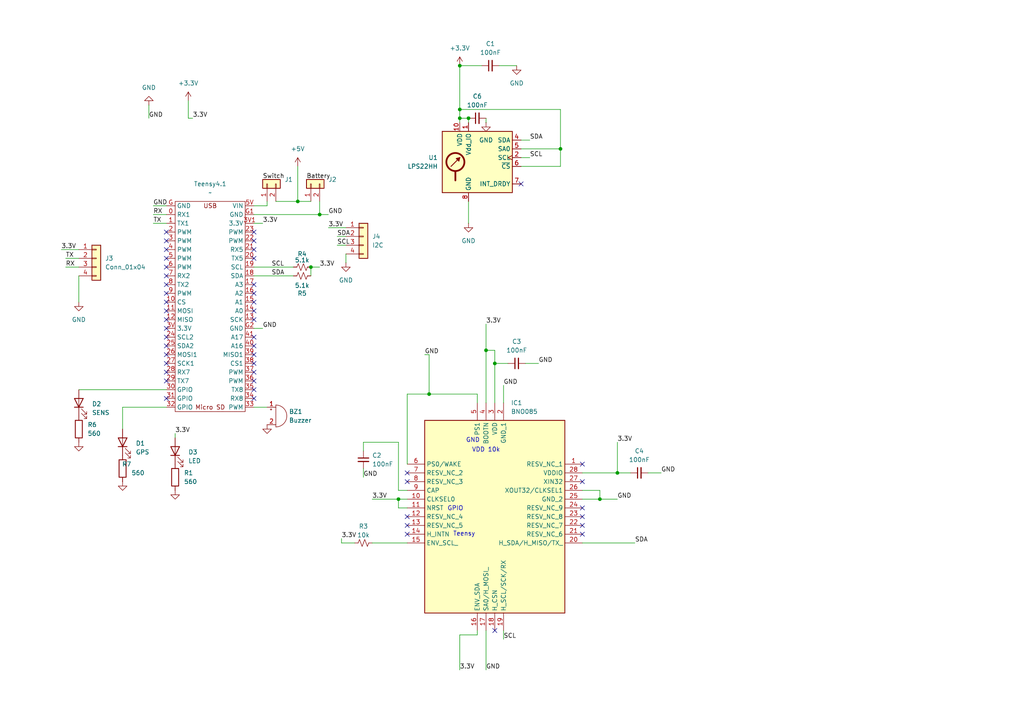
<source format=kicad_sch>
(kicad_sch (version 20250114) (generator "eeschema") (generator_version "9.0")
  (paper "A4")
  (lib_symbols
    (symbol "BNO085:BNO085"
      (property "Reference" "IC" (at 46.99 17.78 0))
      (property "Value" "BNO085" (at 46.99 15.24 0))
      (symbol "BNO085_1_1"
        (rectangle (start 5.08 12.7) (end 45.72 -43.18) (stroke (width 0.254)) (fill (type background)))
        (pin passive line (at 0 0 0) (length 5.08) (name "PS0/WAKE") (number "6"))
        (pin passive line (at 0 -2.54 0) (length 5.08) (name "RESV_NC_2") (number "7"))
        (pin passive line (at 0 -5.08 0) (length 5.08) (name "RESV_NC_3") (number "8"))
        (pin passive line (at 0 -7.62 0) (length 5.08) (name "CAP") (number "9"))
        (pin passive line (at 0 -10.16 0) (length 5.08) (name "CLKSEL0") (number "10"))
        (pin passive line (at 0 -12.7 0) (length 5.08) (name "NRST") (number "11"))
        (pin passive line (at 0 -15.24 0) (length 5.08) (name "RESV_NC_4") (number "12"))
        (pin passive line (at 0 -17.78 0) (length 5.08) (name "RESV_NC_5") (number "13"))
        (pin passive line (at 0 -20.32 0) (length 5.08) (name "H_INTN") (number "14"))
        (pin passive line (at 0 -22.86 0) (length 5.08) (name "ENV_SCL_") (number "15"))
        (pin passive line (at 20.32 17.78 270) (length 5.08) (name "PS1") (number "5"))
        (pin passive line (at 20.32 -48.26 90) (length 5.08) (name "ENV_SDA") (number "16"))
        (pin passive line (at 22.86 17.78 270) (length 5.08) (name "BOOTN") (number "4"))
        (pin passive line (at 22.86 -48.26 90) (length 5.08) (name "SA0/H_MOSI_") (number "17"))
        (pin passive line (at 25.4 17.78 270) (length 5.08) (name "VDD") (number "3"))
        (pin passive line (at 25.4 -48.26 90) (length 5.08) (name "H_CSN") (number "18"))
        (pin passive line (at 27.94 17.78 270) (length 5.08) (name "GND_1") (number "2"))
        (pin passive line (at 27.94 -48.26 90) (length 5.08) (name "H_SCL/SCK/RX") (number "19"))
        (pin passive line (at 50.8 0 180) (length 5.08) (name "RESV_NC_1") (number "1"))
        (pin passive line (at 50.8 -2.54 180) (length 5.08) (name "VDDIO") (number "28"))
        (pin passive line (at 50.8 -5.08 180) (length 5.08) (name "XIN32") (number "27"))
        (pin passive line (at 50.8 -7.62 180) (length 5.08) (name "XOUT32/CLKSEL1") (number "26"))
        (pin passive line (at 50.8 -10.16 180) (length 5.08) (name "GND_2") (number "25"))
        (pin passive line (at 50.8 -12.7 180) (length 5.08) (name "RESV_NC_9") (number "24"))
        (pin passive line (at 50.8 -15.24 180) (length 5.08) (name "RESV_NC_8") (number "23"))
        (pin passive line (at 50.8 -17.78 180) (length 5.08) (name "RESV_NC_7") (number "22"))
        (pin passive line (at 50.8 -20.32 180) (length 5.08) (name "RESV_NC_6") (number "21"))
        (pin passive line (at 50.8 -22.86 180) (length 5.08) (name "H_SDA/H_MISO/TX_") (number "20"))
      )
    )
    (symbol "Connector_Generic:Conn_01x02" (pin_names (offset 1.016) (hide yes))
      (property "Reference" "J" (at 0 2.54 0))
      (property "Value" "Conn_01x02" (at 0 -5.08 0))
      (symbol "Conn_01x02_1_1"
        (rectangle (start -1.27 1.27) (end 1.27 -3.81) (stroke (width 0.254)) (fill (type background)))
        (rectangle (start -1.27 0.127) (end 0 -0.127) (stroke (width 0.1524)))
        (rectangle (start -1.27 -2.413) (end 0 -2.667) (stroke (width 0.1524)))
        (pin passive line (at -5.08 0 0) (length 3.81) (name "Pin_1") (number "1"))
        (pin passive line (at -5.08 -2.54 0) (length 3.81) (name "Pin_2") (number "2"))
      )
    )
    (symbol "Connector_Generic:Conn_01x04" (pin_names (offset 1.016) (hide yes))
      (property "Reference" "J" (at 0 5.08 0))
      (property "Value" "Conn_01x04" (at 0 -7.62 0))
      (symbol "Conn_01x04_1_1"
        (rectangle (start -1.27 3.81) (end 1.27 -6.35) (stroke (width 0.254)) (fill (type background)))
        (rectangle (start -1.27 2.667) (end 0 2.413) (stroke (width 0.1524)))
        (rectangle (start -1.27 0.127) (end 0 -0.127) (stroke (width 0.1524)))
        (rectangle (start -1.27 -2.413) (end 0 -2.667) (stroke (width 0.1524)))
        (rectangle (start -1.27 -4.953) (end 0 -5.207) (stroke (width 0.1524)))
        (pin passive line (at -5.08 2.54 0) (length 3.81) (name "Pin_1") (number "1"))
        (pin passive line (at -5.08 0 0) (length 3.81) (name "Pin_2") (number "2"))
        (pin passive line (at -5.08 -2.54 0) (length 3.81) (name "Pin_3") (number "3"))
        (pin passive line (at -5.08 -5.08 0) (length 3.81) (name "Pin_4") (number "4"))
      )
    )
    (symbol "Device:Buzzer" (pin_names (offset 0.0254) (hide yes))
      (property "Reference" "BZ" (at 3.81 1.27 0))
      (property "Value" "Buzzer" (at 3.81 -1.27 0))
      (symbol "Buzzer_0_1"
        (polyline (pts (xy -1.651 1.905) (xy -1.143 1.905)))
        (polyline (pts (xy -1.397 2.159) (xy -1.397 1.651)))
        (arc (start 0 3.175) (mid 3.1612 0) (end 0 -3.175))
        (polyline (pts (xy 0 3.175) (xy 0 -3.175)))
      )
      (symbol "Buzzer_1_1"
        (pin passive line (at -2.54 2.54 0) (length 2.54) (name "+") (number "1"))
        (pin passive line (at -2.54 -2.54 0) (length 2.54) (name "-") (number "2"))
      )
    )
    (symbol "Device:C_Small" (pin_numbers (hide yes)) (pin_names (offset 0.254) (hide yes))
      (property "Reference" "C" (at 0.254 1.778 0))
      (property "Value" "C_Small" (at 0.254 -2.032 0))
      (symbol "C_Small_0_1"
        (polyline (pts (xy -1.524 0.508) (xy 1.524 0.508)) (stroke (width 0.3048)))
        (polyline (pts (xy -1.524 -0.508) (xy 1.524 -0.508)) (stroke (width 0.3302)))
      )
      (symbol "C_Small_1_1"
        (pin passive line (at 0 2.54 270) (length 2.032) (name "~") (number "1"))
        (pin passive line (at 0 -2.54 90) (length 2.032) (name "~") (number "2"))
      )
    )
    (symbol "Device:LED" (pin_numbers (hide yes)) (pin_names (offset 1.016) (hide yes))
      (property "Reference" "D" (at 0 2.54 0))
      (property "Value" "LED" (at 0 -2.54 0))
      (symbol "LED_0_1"
        (polyline (pts (xy -3.048 -0.762) (xy -4.572 -2.286) (xy -3.81 -2.286) (xy -4.572 -2.286) (xy -4.572 -1.524)))
        (polyline (pts (xy -1.778 -0.762) (xy -3.302 -2.286) (xy -2.54 -2.286) (xy -3.302 -2.286) (xy -3.302 -1.524)))
        (polyline (pts (xy -1.27 0) (xy 1.27 0)))
        (polyline (pts (xy -1.27 -1.27) (xy -1.27 1.27)) (stroke (width 0.254)))
        (polyline (pts (xy 1.27 -1.27) (xy 1.27 1.27) (xy -1.27 0) (xy 1.27 -1.27)) (stroke (width 0.254)))
      )
      (symbol "LED_1_1"
        (pin passive line (at -3.81 0 0) (length 2.54) (name "K") (number "1"))
        (pin passive line (at 3.81 0 180) (length 2.54) (name "A") (number "2"))
      )
    )
    (symbol "Device:R" (pin_numbers (hide yes)) (pin_names (offset 0))
      (property "Reference" "R" (at 2.032 0 90))
      (property "Value" "R" (at 0 0 90))
      (symbol "R_0_1"
        (rectangle (start -1.016 -2.54) (end 1.016 2.54) (stroke (width 0.254)))
      )
      (symbol "R_1_1"
        (pin passive line (at 0 3.81 270) (length 1.27) (name "~") (number "1"))
        (pin passive line (at 0 -3.81 90) (length 1.27) (name "~") (number "2"))
      )
    )
    (symbol "Device:R_Small_US" (pin_numbers (hide yes)) (pin_names (offset 0.254) (hide yes))
      (property "Reference" "R" (at 0.762 0.508 0))
      (property "Value" "R_Small_US" (at 0.762 -1.016 0))
      (symbol "R_Small_US_1_1"
        (polyline (pts (xy 0 1.524) (xy 1.016 1.143) (xy 0 0.762) (xy -1.016 0.381) (xy 0 0)))
        (polyline (pts (xy 0 0) (xy 1.016 -0.381) (xy 0 -0.762) (xy -1.016 -1.143) (xy 0 -1.524)))
        (pin passive line (at 0 2.54 270) (length 1.016) (name "~") (number "1"))
        (pin passive line (at 0 -2.54 90) (length 1.016) (name "~") (number "2"))
      )
    )
    (symbol "Sensor_Pressure:LPS22HH"
      (property "Reference" "U" (at -11.43 1.27 0))
      (property "Value" "LPS22HH" (at -11.43 -1.27 0))
      (symbol "LPS22HH_0_1"
        (rectangle (start -10.16 10.16) (end 10.16 -7.62) (stroke (width 0.254)) (fill (type background)))
        (polyline (pts (xy -7.62 0) (xy -5.08 2.54)) (stroke (width 0.254)))
        (circle (center -6.35 1.27) (radius 2.6162) (stroke (width 0.508)))
        (polyline (pts (xy -6.35 -1.524) (xy -6.35 -4.064)) (stroke (width 0.508)))
        (polyline (pts (xy -5.08 2.54) (xy -5.334 1.524) (xy -6.096 2.286) (xy -5.08 2.54)) (stroke (width 0.254)) (fill (type outline)))
      )
      (symbol "LPS22HH_1_1"
        (pin power_in line (at -5.08 12.7 270) (length 2.54) (name "VDD") (number "10"))
        (pin power_in line (at -2.54 12.7 270) (length 2.54) (name "Vdd_IO") (number "1"))
        (pin passive line (at -2.54 -10.16 90) (length 2.54) (hide yes) (name "GND") (number "3"))
        (pin power_in line (at -2.54 -10.16 90) (length 2.54) (name "GND") (number "8"))
        (pin passive line (at -2.54 -10.16 90) (length 2.54) (hide yes) (name "GND") (number "9"))
        (pin bidirectional line (at 12.7 7.62 180) (length 2.54) (name "SDA") (number "4"))
        (pin input line (at 12.7 5.08 180) (length 2.54) (name "SA0") (number "5"))
        (pin input clock (at 12.7 2.54 180) (length 2.54) (name "SCL") (number "2"))
        (pin input line (at 12.7 0 180) (length 2.54) (name "~{CS}") (number "6"))
        (pin output line (at 12.7 -5.08 180) (length 2.54) (name "INT_DRDY") (number "7"))
      )
    )
    (symbol "power:+3.3V" (power) (pin_numbers (hide yes)) (pin_names (offset 0) (hide yes))
      (property "Value" "+3.3V" (at 0 3.556 0))
      (symbol "+3.3V_0_1"
        (polyline (pts (xy -0.762 1.27) (xy 0 2.54)))
        (polyline (pts (xy 0 2.54) (xy 0.762 1.27)))
        (polyline (pts (xy 0 0) (xy 0 2.54)))
      )
      (symbol "+3.3V_1_1"
        (pin power_in line (at 0 0 90) (length 0) (name "~") (number "1"))
      )
    )
    (symbol "power:GND" (power) (pin_numbers (hide yes)) (pin_names (offset 0) (hide yes))
      (property "Value" "GND" (at 0 -3.81 0))
      (symbol "GND_0_1"
        (polyline (pts (xy 0 0) (xy 0 -1.27) (xy 1.27 -1.27) (xy 0 -2.54) (xy -1.27 -1.27) (xy 0 -1.27)))
      )
      (symbol "GND_1_1"
        (pin power_in line (at 0 0 270) (length 0) (name "~") (number "1"))
      )
    )
    (symbol "teensy:Teensy4.1"
      (property "Reference" "Teensy4.1" (at 0 0 90))
      (symbol "Teensy4.1_0_1"
        (rectangle (start -10.16 30.48) (end 10.16 -30.48))
      )
      (symbol "Teensy4.1_1_1"
        (text "USB" (at 0 29.21 0) (effects (font (size 1.27 1.27))))
        (text "Micro SD" (at 0 -29.21 0) (effects (font (size 1.27 1.27))))
        (pin input line (at -12.7 29.21 0) (length 2.54) (name "GND") (number "G"))
        (pin input line (at -12.7 26.67 0) (length 2.54) (name "RX1") (number "0"))
        (pin input line (at -12.7 24.13 0) (length 2.54) (name "TX1") (number "1"))
        (pin input line (at -12.7 21.59 0) (length 2.54) (name "PWM") (number "2"))
        (pin input line (at -12.7 19.05 0) (length 2.54) (name "PWM") (number "3"))
        (pin input line (at -12.7 16.51 0) (length 2.54) (name "PWM") (number "4"))
        (pin input line (at -12.7 13.97 0) (length 2.54) (name "PWM") (number "5"))
        (pin input line (at -12.7 11.43 0) (length 2.54) (name "PWM") (number "6"))
        (pin input line (at -12.7 8.89 0) (length 2.54) (name "RX2") (number "7"))
        (pin input line (at -12.7 6.35 0) (length 2.54) (name "TX2") (number "8"))
        (pin input line (at -12.7 3.81 0) (length 2.54) (name "PWM") (number "9"))
        (pin input line (at -12.7 1.27 0) (length 2.54) (name "CS") (number "10"))
        (pin input line (at -12.7 -1.27 0) (length 2.54) (name "MOSI") (number "11"))
        (pin input line (at -12.7 -3.81 0) (length 2.54) (name "MISO") (number "12"))
        (pin input line (at -12.7 -6.35 0) (length 2.54) (name "3.3V") (number "3V"))
        (pin input line (at -12.7 -8.89 0) (length 2.54) (name "SCL2") (number "24"))
        (pin input line (at -12.7 -11.43 0) (length 2.54) (name "SDA2") (number "25"))
        (pin input line (at -12.7 -13.97 0) (length 2.54) (name "MOSI1") (number "26"))
        (pin input line (at -12.7 -16.51 0) (length 2.54) (name "SCK1") (number "27"))
        (pin input line (at -12.7 -19.05 0) (length 2.54) (name "RX7") (number "28"))
        (pin input line (at -12.7 -21.59 0) (length 2.54) (name "TX7") (number "29"))
        (pin input line (at -12.7 -24.13 0) (length 2.54) (name "GPIO") (number "30"))
        (pin input line (at -12.7 -26.67 0) (length 2.54) (name "GPIO") (number "31"))
        (pin input line (at -12.7 -29.21 0) (length 2.54) (name "GPIO") (number "32"))
        (pin input line (at 12.7 29.21 180) (length 2.54) (name "VIN") (number "5V"))
        (pin input line (at 12.7 26.67 180) (length 2.54) (name "GND") (number "G1"))
        (pin input line (at 12.7 24.13 180) (length 2.54) (name "3.3V") (number "3V1"))
        (pin input line (at 12.7 21.59 180) (length 2.54) (name "PWM") (number "23"))
        (pin input line (at 12.7 19.05 180) (length 2.54) (name "PWM") (number "22"))
        (pin input line (at 12.7 16.51 180) (length 2.54) (name "RX5") (number "21"))
        (pin input line (at 12.7 13.97 180) (length 2.54) (name "TX5") (number "20"))
        (pin input line (at 12.7 11.43 180) (length 2.54) (name "SCL") (number "19"))
        (pin input line (at 12.7 8.89 180) (length 2.54) (name "SDA") (number "18"))
        (pin input line (at 12.7 6.35 180) (length 2.54) (name "A3") (number "17"))
        (pin input line (at 12.7 3.81 180) (length 2.54) (name "A2") (number "16"))
        (pin input line (at 12.7 1.27 180) (length 2.54) (name "A1") (number "15"))
        (pin input line (at 12.7 -1.27 180) (length 2.54) (name "A0") (number "14"))
        (pin input line (at 12.7 -3.81 180) (length 2.54) (name "SCK") (number "13"))
        (pin input line (at 12.7 -6.35 180) (length 2.54) (name "GND") (number "G2"))
        (pin input line (at 12.7 -8.89 180) (length 2.54) (name "A17") (number "41"))
        (pin input line (at 12.7 -11.43 180) (length 2.54) (name "A16") (number "40"))
        (pin input line (at 12.7 -13.97 180) (length 2.54) (name "MISO1") (number "39"))
        (pin input line (at 12.7 -16.51 180) (length 2.54) (name "CS1") (number "38"))
        (pin input line (at 12.7 -19.05 180) (length 2.54) (name "PWM") (number "37"))
        (pin input line (at 12.7 -21.59 180) (length 2.54) (name "PWM") (number "36"))
        (pin input line (at 12.7 -24.13 180) (length 2.54) (name "TX8") (number "35"))
        (pin input line (at 12.7 -26.67 180) (length 2.54) (name "RX8") (number "34"))
        (pin input line (at 12.7 -29.21 180) (length 2.54) (name "PWM") (number "33"))
      )
    )
  )
  (text "GND\n" (at 137.16 127.762 0) (effects (font (size 1.27 1.27))))
  (text "GPIO\n" (at 132.08 147.574 0) (effects (font (size 1.27 1.27))))
  (text "Teensy" (at 134.62 154.94 0) (effects (font (size 1.27 1.27))))
  (text "VDD 10k\n" (at 140.97 130.556 0) (effects (font (size 1.27 1.27))))
  (junction (at 90.17 77.47))
  (junction (at 92.71 62.23))
  (junction (at 133.35 34.29))
  (junction (at 162.56 43.18))
  (junction (at 115.57 144.78))
  (junction (at 133.35 19.05))
  (junction (at 143.51 105.41))
  (junction (at 86.36 58.42))
  (junction (at 133.35 31.75))
  (junction (at 135.89 34.29))
  (junction (at 140.97 101.6))
  (junction (at 179.07 137.16))
  (junction (at 173.99 144.78))
  (junction (at 124.46 114.3))
  (no_connect (at 48.26 74.93))
  (no_connect (at 73.66 92.71))
  (no_connect (at 73.66 90.17))
  (no_connect (at 73.66 107.95))
  (no_connect (at 168.91 147.32))
  (no_connect (at 168.91 139.7))
  (no_connect (at 48.26 72.39))
  (no_connect (at 118.11 154.94))
  (no_connect (at 73.66 72.39))
  (no_connect (at 48.26 85.09))
  (no_connect (at 73.66 67.31))
  (no_connect (at 118.11 149.86))
  (no_connect (at 73.66 105.41))
  (no_connect (at 73.66 85.09))
  (no_connect (at 48.26 69.85))
  (no_connect (at 48.26 115.57))
  (no_connect (at 168.91 152.4))
  (no_connect (at 73.66 110.49))
  (no_connect (at 48.26 100.33))
  (no_connect (at 151.13 53.34))
  (no_connect (at 168.91 134.62))
  (no_connect (at 48.26 105.41))
  (no_connect (at 143.51 182.88))
  (no_connect (at 73.66 97.79))
  (no_connect (at 73.66 115.57))
  (no_connect (at 118.11 152.4))
  (no_connect (at 118.11 139.7))
  (no_connect (at 168.91 149.86))
  (no_connect (at 73.66 82.55))
  (no_connect (at 73.66 102.87))
  (no_connect (at 48.26 110.49))
  (no_connect (at 168.91 154.94))
  (no_connect (at 48.26 82.55))
  (no_connect (at 48.26 77.47))
  (no_connect (at 48.26 92.71))
  (no_connect (at 73.66 87.63))
  (no_connect (at 48.26 90.17))
  (no_connect (at 73.66 113.03))
  (no_connect (at 48.26 97.79))
  (no_connect (at 48.26 67.31))
  (no_connect (at 118.11 137.16))
  (no_connect (at 48.26 107.95))
  (no_connect (at 48.26 95.25))
  (no_connect (at 73.66 100.33))
  (no_connect (at 73.66 74.93))
  (no_connect (at 48.26 102.87))
  (no_connect (at 48.26 87.63))
  (no_connect (at 73.66 69.85))
  (no_connect (at 48.26 80.01))
  (wire (pts (xy 44.45 64.77) (xy 48.26 64.77)))
  (wire (pts (xy 162.56 43.18) (xy 162.56 48.26)))
  (wire (pts (xy 138.43 184.15) (xy 138.43 182.88)))
  (wire (pts (xy 92.71 62.23) (xy 95.25 62.23)))
  (wire (pts (xy 133.35 19.05) (xy 139.7 19.05)))
  (wire (pts (xy 173.99 144.78) (xy 179.07 144.78)))
  (wire (pts (xy 118.11 114.3) (xy 118.11 134.62)))
  (wire (pts (xy 99.06 156.21) (xy 99.06 157.48)))
  (wire (pts (xy 55.88 34.29) (xy 54.61 34.29)))
  (wire (pts (xy 124.46 114.3) (xy 138.43 114.3)))
  (wire (pts (xy 135.89 34.29) (xy 135.89 35.56)))
  (wire (pts (xy 138.43 114.3) (xy 138.43 116.84)))
  (wire (pts (xy 168.91 157.48) (xy 184.15 157.48)))
  (wire (pts (xy 107.95 157.48) (xy 118.11 157.48)))
  (wire (pts (xy 173.99 142.24) (xy 173.99 144.78)))
  (wire (pts (xy 143.51 105.41) (xy 147.32 105.41)))
  (wire (pts (xy 133.35 184.15) (xy 133.35 194.31)))
  (wire (pts (xy 133.35 184.15) (xy 138.43 184.15)))
  (wire (pts (xy 35.56 118.11) (xy 48.26 118.11)))
  (wire (pts (xy 77.47 58.42) (xy 77.47 59.69)))
  (wire (pts (xy 73.66 118.11) (xy 77.47 118.11)))
  (wire (pts (xy 44.45 59.69) (xy 48.26 59.69)))
  (wire (pts (xy 133.35 34.29) (xy 135.89 34.29)))
  (wire (pts (xy 22.86 113.03) (xy 48.26 113.03)))
  (wire (pts (xy 90.17 77.47) (xy 92.71 77.47)))
  (wire (pts (xy 92.71 58.42) (xy 92.71 62.23)))
  (wire (pts (xy 146.05 111.76) (xy 146.05 116.84)))
  (wire (pts (xy 143.51 101.6) (xy 143.51 105.41)))
  (wire (pts (xy 97.79 68.58) (xy 100.33 68.58)))
  (wire (pts (xy 143.51 105.41) (xy 143.51 116.84)))
  (wire (pts (xy 22.86 80.01) (xy 22.86 87.63)))
  (wire (pts (xy 105.41 128.27) (xy 115.57 128.27)))
  (wire (pts (xy 19.05 77.47) (xy 22.86 77.47)))
  (wire (pts (xy 135.89 58.42) (xy 135.89 64.77)))
  (wire (pts (xy 19.05 74.93) (xy 22.86 74.93)))
  (wire (pts (xy 115.57 144.78) (xy 118.11 144.78)))
  (wire (pts (xy 80.01 58.42) (xy 86.36 58.42)))
  (wire (pts (xy 133.35 19.05) (xy 133.35 31.75)))
  (wire (pts (xy 162.56 48.26) (xy 151.13 48.26)))
  (wire (pts (xy 115.57 142.24) (xy 118.11 142.24)))
  (wire (pts (xy 144.78 19.05) (xy 149.86 19.05)))
  (wire (pts (xy 152.4 105.41) (xy 156.21 105.41)))
  (wire (pts (xy 73.66 80.01) (xy 85.09 80.01)))
  (wire (pts (xy 90.17 77.47) (xy 90.17 80.01)))
  (wire (pts (xy 54.61 29.21) (xy 54.61 34.29)))
  (wire (pts (xy 73.66 95.25) (xy 76.2 95.25)))
  (wire (pts (xy 168.91 144.78) (xy 173.99 144.78)))
  (wire (pts (xy 50.8 125.73) (xy 50.8 127)))
  (wire (pts (xy 73.66 62.23) (xy 92.71 62.23)))
  (wire (pts (xy 140.97 34.29) (xy 140.97 35.56)))
  (wire (pts (xy 97.79 71.12) (xy 100.33 71.12)))
  (wire (pts (xy 187.96 137.16) (xy 191.77 137.16)))
  (wire (pts (xy 140.97 101.6) (xy 143.51 101.6)))
  (wire (pts (xy 124.46 102.87) (xy 124.46 114.3)))
  (wire (pts (xy 168.91 142.24) (xy 173.99 142.24)))
  (wire (pts (xy 35.56 124.46) (xy 35.56 118.11)))
  (wire (pts (xy 151.13 40.64) (xy 153.67 40.64)))
  (wire (pts (xy 151.13 45.72) (xy 153.67 45.72)))
  (wire (pts (xy 118.11 147.32) (xy 115.57 147.32)))
  (wire (pts (xy 151.13 43.18) (xy 162.56 43.18)))
  (wire (pts (xy 73.66 64.77) (xy 76.2 64.77)))
  (wire (pts (xy 133.35 31.75) (xy 162.56 31.75)))
  (wire (pts (xy 105.41 135.89) (xy 105.41 138.43)))
  (wire (pts (xy 133.35 31.75) (xy 133.35 34.29)))
  (wire (pts (xy 44.45 62.23) (xy 48.26 62.23)))
  (wire (pts (xy 95.25 66.04) (xy 100.33 66.04)))
  (wire (pts (xy 115.57 147.32) (xy 115.57 144.78)))
  (wire (pts (xy 86.36 48.26) (xy 86.36 58.42)))
  (wire (pts (xy 73.66 77.47) (xy 85.09 77.47)))
  (wire (pts (xy 107.95 144.78) (xy 115.57 144.78)))
  (wire (pts (xy 100.33 73.66) (xy 100.33 76.2)))
  (wire (pts (xy 77.47 59.69) (xy 73.66 59.69)))
  (wire (pts (xy 86.36 58.42) (xy 90.17 58.42)))
  (wire (pts (xy 115.57 128.27) (xy 115.57 142.24)))
  (wire (pts (xy 140.97 182.88) (xy 140.97 194.31)))
  (wire (pts (xy 146.05 182.88) (xy 146.05 185.42)))
  (wire (pts (xy 140.97 101.6) (xy 140.97 116.84)))
  (wire (pts (xy 99.06 157.48) (xy 102.87 157.48)))
  (wire (pts (xy 162.56 31.75) (xy 162.56 43.18)))
  (wire (pts (xy 43.18 30.48) (xy 43.18 34.29)))
  (wire (pts (xy 179.07 128.27) (xy 179.07 137.16)))
  (wire (pts (xy 179.07 137.16) (xy 182.88 137.16)))
  (wire (pts (xy 17.78 72.39) (xy 22.86 72.39)))
  (wire (pts (xy 105.41 128.27) (xy 105.41 130.81)))
  (wire (pts (xy 118.11 114.3) (xy 124.46 114.3)))
  (wire (pts (xy 140.97 93.98) (xy 140.97 101.6)))
  (wire (pts (xy 123.19 102.87) (xy 124.46 102.87)))
  (wire (pts (xy 133.35 34.29) (xy 133.35 35.56)))
  (wire (pts (xy 179.07 137.16) (xy 168.91 137.16)))
  (label "GND" (at 179.07 144.78 0))
  (label "GND" (at 191.77 137.16 0))
  (label "GND" (at 146.05 111.76 0))
  (label "3.3V" (at 133.35 194.31 0))
  (label "TX" (at 44.45 64.77 0))
  (label "3.3V" (at 55.88 34.29 0))
  (label "GND" (at 105.41 138.43 0))
  (label "TX" (at 19.05 74.93 0))
  (label "SDA" (at 97.79 68.58 0))
  (label "3.3V" (at 95.25 66.04 0))
  (label "3.3V" (at 107.95 144.78 0))
  (label "GND" (at 43.18 34.29 0))
  (label "3.3V" (at 92.71 77.47 0))
  (label "3.3V" (at 50.8 125.73 0))
  (label "GND" (at 156.21 105.41 0))
  (label "Battery" (at 88.9 52.07 0))
  (label "SCL" (at 153.67 45.72 0))
  (label "" (at 54.61 33.02 0))
  (label "Switch" (at 76.2 52.07 0))
  (label "3.3V" (at 76.2 64.77 0))
  (label "GND" (at 44.45 59.69 0))
  (label "GND" (at 95.25 62.23 0))
  (label "SDA" (at 153.67 40.64 0))
  (label "3.3V" (at 17.78 72.39 0))
  (label "3.3V" (at 99.06 156.21 0))
  (label "GND" (at 140.97 194.31 0))
  (label "SDA" (at 184.15 157.48 0))
  (label "SDA" (at 78.74 80.01 0))
  (label "3.3V" (at 179.07 128.27 0))
  (label "SCL" (at 146.05 185.42 0))
  (label "SCL" (at 78.74 77.47 0))
  (label "SCL" (at 97.79 71.12 0))
  (label "RX" (at 19.05 77.47 0))
  (label "GND" (at 76.2 95.25 0))
  (label "RX" (at 44.45 62.23 0))
  (label "3.3V" (at 140.97 93.98 0))
  (label "GND" (at 123.19 102.87 0))
  (symbol (lib_id "Device:LED") (at 22.86 116.84 90) (unit 1)
    (property "Reference" "D2" (at 26.67 117.1574 90) (effects (justify right)))
    (property "Value" "SENS" (at 26.67 119.6974 90) (effects (justify right)))
    (property "Footprint" "LED_SMD:LED_0805_2012Metric" (effects (hide yes)))
    (property "Description" "Light emitting diode" (effects (hide yes)))
    (property "Sim.Pins" "1=K 2=A" (effects (hide yes)))
  )
  (symbol (lib_id "power:GND") (at 77.47 123.19 0) (unit 1)
    (property "Reference" "#PWR018" (effects (hide yes)))
    (property "Value" "GND" (effects (hide yes)))
    (property "Description" "Power symbol creates a global label with name \"GND\" , ground" (effects (hide yes)))
  )
  (symbol (lib_id "power:GND") (at 22.86 87.63 0) (unit 1)
    (property "Reference" "#PWR013" (effects (hide yes)))
    (property "Value" "GND" (at 22.86 92.71 0))
    (property "Description" "Power symbol creates a global label with name \"GND\" , ground" (effects (hide yes)))
  )
  (symbol (lib_id "Connector_Generic:Conn_01x04") (at 105.41 68.58 0) (unit 1)
    (property "Reference" "J4" (at 107.95 68.5799 0) (effects (justify left)))
    (property "Value" "I2C" (at 107.95 71.1199 0) (effects (justify left)))
    (property "Footprint" "Connector_JST:JST_XH_S4B-XH-A_1x04_P2.50mm_Horizontal" (effects (hide yes)))
    (property "Description" "Generic connector, single row, 01x04, script generated (kicad-library-utils/schlib/autogen/connector/)" (effects (hide yes)))
  )
  (symbol (lib_id "power:GND") (at 140.97 35.56 0) (unit 1)
    (property "Reference" "#PWR010" (effects (hide yes)))
    (property "Value" "GND" (at 140.97 40.64 0))
    (property "Description" "Power symbol creates a global label with name \"GND\" , ground" (effects (hide yes)))
  )
  (symbol (lib_id "power:GND") (at 135.89 64.77 0) (unit 1)
    (property "Reference" "#PWR03" (effects (hide yes)))
    (property "Value" "GND" (at 135.89 69.85 0))
    (property "Description" "Power symbol creates a global label with name \"GND\" , ground" (effects (hide yes)))
  )
  (symbol (lib_id "Device:C_Small") (at 138.43 34.29 90) (unit 1)
    (property "Reference" "C6" (at 138.4363 27.94 90))
    (property "Value" "100nF" (at 138.4363 30.48 90))
    (property "Footprint" "Capacitor_SMD:C_0603_1608Metric" (effects (hide yes)))
    (property "Description" "Unpolarized capacitor, small symbol" (effects (hide yes)))
  )
  (symbol (lib_id "power:+3.3V") (at 133.35 19.05 0) (unit 1)
    (property "Reference" "#PWR04" (effects (hide yes)))
    (property "Value" "+3.3V" (at 133.35 13.97 0))
    (property "Description" "Power symbol creates a global label with name \"+3.3V\"" (effects (hide yes)))
  )
  (symbol (lib_id "Connector_Generic:Conn_01x02") (at 90.17 53.34 90) (unit 1)
    (property "Reference" "J2" (at 95.25 52.0699 90) (effects (justify right)))
    (property "Value" "Conn_01x02" (effects (hide yes)))
    (property "Footprint" "Connector_JST:JST_XH_B2B-XH-A_1x02_P2.50mm_Vertical" (effects (hide yes)))
    (property "Description" "Generic connector, single row, 01x02, script generated (kicad-library-utils/schlib/autogen/connector/)" (effects (hide yes)))
  )
  (symbol (lib_id "Device:C_Small") (at 149.86 105.41 90) (unit 1)
    (property "Reference" "C3" (at 149.8663 99.06 90))
    (property "Value" "100nF" (at 149.8663 101.6 90))
    (property "Footprint" "Capacitor_SMD:C_0603_1608Metric" (effects (hide yes)))
    (property "Description" "Unpolarized capacitor, small symbol" (effects (hide yes)))
  )
  (symbol (lib_id "Device:LED") (at 35.56 128.27 90) (unit 1)
    (property "Reference" "D1" (at 39.37 128.5874 90) (effects (justify right)))
    (property "Value" "GPS" (at 39.37 131.1274 90) (effects (justify right)))
    (property "Footprint" "LED_SMD:LED_0805_2012Metric" (effects (hide yes)))
    (property "Description" "Light emitting diode" (effects (hide yes)))
    (property "Sim.Pins" "1=K 2=A" (effects (hide yes)))
  )
  (symbol (lib_id "Device:R") (at 22.86 124.46 0) (unit 1)
    (property "Reference" "R6" (at 25.4 123.1899 0) (effects (justify left)))
    (property "Value" "560" (at 25.4 125.7299 0) (effects (justify left)))
    (property "Footprint" "Resistor_SMD:R_0603_1608Metric" (effects (hide yes)))
    (property "Description" "Resistor" (effects (hide yes)))
  )
  (symbol (lib_id "Device:Buzzer") (at 80.01 120.65 0) (unit 1)
    (property "Reference" "BZ1" (at 83.82 119.3799 0) (effects (justify left)))
    (property "Value" "Buzzer" (at 83.82 121.9199 0) (effects (justify left)))
    (property "Footprint" "adaafruitBuzzer:Adafruit_Buzzer" (effects (hide yes)))
    (property "Description" "Buzzer, polarized" (effects (hide yes)))
  )
  (symbol (lib_id "teensy:Teensy4.1") (at 60.96 88.9 0) (unit 1)
    (property "Reference" "Teensy4.1" (at 60.96 53.34 0))
    (property "Value" "~" (at 60.96 55.88 0))
    (property "Footprint" "footprint:teensy" (effects (hide yes)))
  )
  (symbol (lib_id "power:GND") (at 35.56 139.7 0) (unit 1)
    (property "Reference" "#PWR023" (effects (hide yes)))
    (property "Value" "GND" (effects (hide yes)))
    (property "Description" "Power symbol creates a global label with name \"GND\" , ground" (effects (hide yes)))
  )
  (symbol (lib_id "Device:R_Small_US") (at 87.63 80.01 90) (unit 1)
    (property "Reference" "R5" (at 87.63 85.09 90))
    (property "Value" "5.1k" (at 87.63 75.438 90))
    (property "Footprint" "Resistor_SMD:R_0603_1608Metric" (effects (hide yes)))
    (property "Description" "Resistor, small US symbol" (effects (hide yes)))
  )
  (symbol (lib_id "Device:R") (at 50.8 138.43 0) (unit 1)
    (property "Reference" "R1" (at 53.34 137.1599 0) (effects (justify left)))
    (property "Value" "560" (at 53.34 139.6999 0) (effects (justify left)))
    (property "Footprint" "Resistor_SMD:R_0603_1608Metric" (effects (hide yes)))
    (property "Description" "Resistor" (effects (hide yes)))
  )
  (symbol (lib_id "power:GND") (at 149.86 19.05 0) (unit 1)
    (property "Reference" "#PWR09" (effects (hide yes)))
    (property "Value" "GND" (at 149.86 24.13 0))
    (property "Description" "Power symbol creates a global label with name \"GND\" , ground" (effects (hide yes)))
  )
  (symbol (lib_id "Device:R") (at 35.56 135.89 0) (unit 1)
    (property "Reference" "R7" (at 38.1 134.6199 0) (effects (justify right)))
    (property "Value" "560" (at 38.1 137.1599 0) (effects (justify left)))
    (property "Footprint" "Resistor_SMD:R_0603_1608Metric" (effects (hide yes)))
    (property "Description" "Resistor" (effects (hide yes)))
  )
  (symbol (lib_id "power:+3.3V") (at 54.61 29.21 0) (unit 1)
    (property "Reference" "#PWR02" (effects (hide yes)))
    (property "Value" "+3.3V" (at 54.61 24.13 0))
    (property "Description" "Power symbol creates a global label with name \"+3.3V\"" (effects (hide yes)))
  )
  (symbol (lib_id "BNO085:BNO085") (at 118.11 134.62 0) (unit 1)
    (property "Reference" "IC1" (at 148.1933 116.84 0) (effects (justify left)))
    (property "Value" "BNO085" (at 148.1933 119.38 0) (effects (justify left)))
    (property "Footprint" "BNO085:IC_BNO085" (effects (hide yes)))
    (property "Datasheet" "https://www.ceva-dsp.com/wp-content/uploads/2019/10/BNO080_085-Datasheet.pdf" (effects (hide yes)))
    (property "Description" "Board Mount Motion & Position Sensors 9-axis IMU" (effects (hide yes)))
    (property "Height" "1.18" (effects (hide yes)))
    (property "Mouser Part Number" "526-BNO085" (effects (hide yes)))
    (property "Mouser Price/Stock" "https://www.mouser.co.uk/ProductDetail/CEVA/BNO085?qs=ulEaXIWI0c9BFVeZDQCmmQ%3D%3D" (effects (hide yes)))
    (property "Manufacturer_Name" "CEVA" (effects (hide yes)))
    (property "Manufacturer_Part_Number" "BNO085" (effects (hide yes)))
  )
  (symbol (lib_id "power:GND") (at 50.8 142.24 0) (unit 1)
    (property "Reference" "#PWR06" (effects (hide yes)))
    (property "Value" "GND" (effects (hide yes)))
    (property "Description" "Power symbol creates a global label with name \"GND\" , ground" (effects (hide yes)))
  )
  (symbol (lib_id "power:GND") (at 22.86 128.27 0) (unit 1)
    (property "Reference" "#PWR024" (effects (hide yes)))
    (property "Value" "GND" (effects (hide yes)))
    (property "Description" "Power symbol creates a global label with name \"GND\" , ground" (effects (hide yes)))
  )
  (symbol (lib_id "Device:LED") (at 50.8 130.81 90) (unit 1)
    (property "Reference" "D3" (at 54.61 131.1274 90) (effects (justify right)))
    (property "Value" "LED" (at 54.61 133.6674 90) (effects (justify right)))
    (property "Footprint" "LED_SMD:LED_0805_2012Metric" (effects (hide yes)))
    (property "Description" "Light emitting diode" (effects (hide yes)))
    (property "Sim.Pins" "1=K 2=A" (effects (hide yes)))
  )
  (symbol (lib_id "Device:C_Small") (at 185.42 137.16 90) (unit 1)
    (property "Reference" "C4" (at 185.4263 130.81 90))
    (property "Value" "100nF" (at 185.4263 133.35 90))
    (property "Footprint" "Capacitor_SMD:C_0603_1608Metric" (effects (hide yes)))
    (property "Description" "Unpolarized capacitor, small symbol" (effects (hide yes)))
  )
  (symbol (lib_id "power:GND") (at 43.18 30.48 180) (unit 1)
    (property "Reference" "#PWR01" (effects (hide yes)))
    (property "Value" "GND" (at 43.18 25.4 0))
    (property "Description" "Power symbol creates a global label with name \"GND\" , ground" (effects (hide yes)))
  )
  (symbol (lib_id "Device:C_Small") (at 142.24 19.05 90) (unit 1)
    (property "Reference" "C1" (at 142.2463 12.7 90))
    (property "Value" "100nF" (at 142.2463 15.24 90))
    (property "Footprint" "Capacitor_SMD:C_0603_1608Metric" (effects (hide yes)))
    (property "Description" "Unpolarized capacitor, small symbol" (effects (hide yes)))
  )
  (symbol (lib_id "power:GND") (at 100.33 76.2 0) (unit 1)
    (property "Reference" "#PWR014" (effects (hide yes)))
    (property "Value" "GND" (at 100.33 81.28 0))
    (property "Description" "Power symbol creates a global label with name \"GND\" , ground" (effects (hide yes)))
  )
  (symbol (lib_id "Connector_Generic:Conn_01x04") (at 27.94 74.93 0) (unit 1)
    (property "Reference" "J3" (at 30.48 74.9299 0) (effects (justify left)))
    (property "Value" "Conn_01x04" (at 30.48 77.4699 0) (effects (justify left)))
    (property "Footprint" "Connector_JST:JST_XH_B4B-XH-AM_1x04_P2.50mm_Vertical" (effects (hide yes)))
    (property "Description" "Generic connector, single row, 01x04, script generated (kicad-library-utils/schlib/autogen/connector/)" (effects (hide yes)))
  )
  (symbol (lib_id "Connector_Generic:Conn_01x02") (at 77.47 53.34 90) (unit 1)
    (property "Reference" "J1" (at 82.55 52.0699 90) (effects (justify right)))
    (property "Value" "Conn_01x02" (effects (hide yes)))
    (property "Footprint" "Connector_JST:JST_XH_B2B-XH-A_1x02_P2.50mm_Vertical" (effects (hide yes)))
    (property "Description" "Generic connector, single row, 01x02, script generated (kicad-library-utils/schlib/autogen/connector/)" (effects (hide yes)))
  )
  (symbol (lib_id "power:+3.3V") (at 86.36 48.26 0) (unit 1)
    (property "Reference" "#PWR05" (effects (hide yes)))
    (property "Value" "+5V" (at 86.36 43.18 0))
    (property "Description" "Power symbol creates a global label with name \"+3.3V\"" (effects (hide yes)))
  )
  (symbol (lib_id "Device:R_Small_US") (at 87.63 77.47 90) (unit 1)
    (property "Reference" "R4" (at 87.63 73.66 90))
    (property "Value" "5.1k" (at 87.63 82.804 90))
    (property "Footprint" "Resistor_SMD:R_0603_1608Metric" (effects (hide yes)))
    (property "Description" "Resistor, small US symbol" (effects (hide yes)))
  )
  (symbol (lib_id "Sensor_Pressure:LPS22HH") (at 138.43 48.26 0) (unit 1)
    (property "Reference" "U1" (at 127 45.7199 0) (effects (justify right)))
    (property "Value" "LPS22HH" (at 127 48.2599 0) (effects (justify right)))
    (property "Footprint" "Package_LGA:ST_HLGA-10_2x2mm_P0.5mm_LayoutBorder3x2y" (effects (hide yes)))
    (property "Datasheet" "https://www.st.com/resource/en/datasheet/lps22hh.pdf" (effects (hide yes)))
    (property "Description" "MEMS nano pressure sensor, 260-1260 hPa, absolute digital output baromeeter, 24 bit, SPI, I2C, I3C, 0.65 Pa noise rms, ST_HLGA-10L" (effects (hide yes)))
  )
  (symbol (lib_id "Device:C_Small") (at 105.41 133.35 0) (unit 1)
    (property "Reference" "C2" (at 107.95 132.0862 0) (effects (justify left)))
    (property "Value" "100nF" (at 107.95 134.6262 0) (effects (justify left)))
    (property "Footprint" "Capacitor_SMD:C_0603_1608Metric" (effects (hide yes)))
    (property "Description" "Unpolarized capacitor, small symbol" (effects (hide yes)))
  )
  (symbol (lib_id "Device:R_Small_US") (at 105.41 157.48 90) (unit 1)
    (property "Reference" "R3" (at 105.41 152.654 90))
    (property "Value" "10k" (at 105.41 155.194 90))
    (property "Footprint" "Resistor_SMD:R_0603_1608Metric" (effects (hide yes)))
    (property "Description" "Resistor, small US symbol" (effects (hide yes)))
  )
)
</source>
